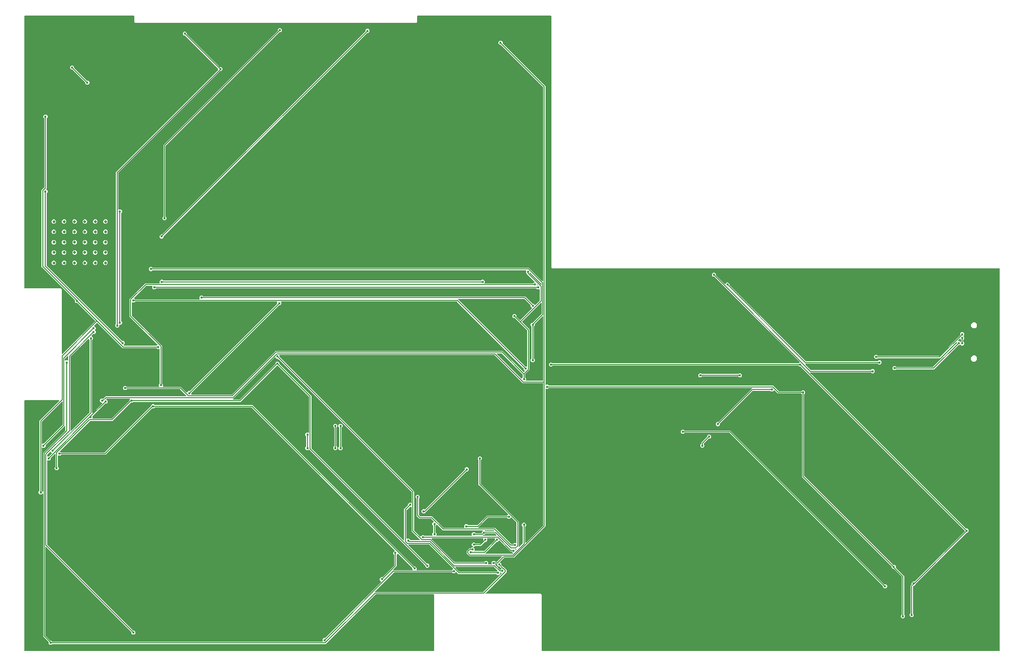
<source format=gbr>
G04 EAGLE Gerber RS-274X export*
G75*
%MOMM*%
%FSLAX34Y34*%
%LPD*%
%INBottom Copper*%
%IPPOS*%
%AMOC8*
5,1,8,0,0,1.08239X$1,22.5*%
G01*
G04 Define Apertures*
%ADD10C,0.150000*%
%ADD11C,0.452400*%
%ADD12C,0.502400*%
G36*
X1698773Y7822D02*
X1698476Y7762D01*
X903512Y7762D01*
X903237Y7813D01*
X902982Y7977D01*
X902810Y8227D01*
X902750Y8524D01*
X902750Y106139D01*
X901139Y107750D01*
X805639Y107750D01*
X805376Y107797D01*
X805117Y107956D01*
X804942Y108204D01*
X804877Y108500D01*
X804933Y108798D01*
X805100Y109051D01*
X841330Y145281D01*
X841330Y149724D01*
X836684Y154370D01*
X836307Y154370D01*
X836021Y154426D01*
X835769Y154593D01*
X832678Y157684D01*
X832515Y157926D01*
X832455Y158223D01*
X832455Y160046D01*
X830271Y162229D01*
X830113Y162460D01*
X830048Y162756D01*
X830103Y163054D01*
X830271Y163307D01*
X837154Y170189D01*
X837395Y170352D01*
X837692Y170413D01*
X854689Y170413D01*
X909195Y224918D01*
X909195Y464123D01*
X909242Y464386D01*
X909401Y464644D01*
X909649Y464820D01*
X909945Y464885D01*
X910243Y464829D01*
X910496Y464662D01*
X910560Y464598D01*
X913486Y464598D01*
X914774Y465887D01*
X915016Y466050D01*
X915313Y466110D01*
X1267484Y466110D01*
X1267747Y466063D01*
X1268005Y465904D01*
X1268180Y465656D01*
X1268246Y465360D01*
X1268190Y465062D01*
X1268022Y464809D01*
X1210003Y406790D01*
X1209762Y406627D01*
X1209465Y406567D01*
X1207642Y406567D01*
X1205573Y404498D01*
X1205573Y401572D01*
X1207642Y399503D01*
X1210568Y399503D01*
X1212637Y401572D01*
X1212637Y403395D01*
X1212693Y403681D01*
X1212860Y403933D01*
X1269966Y461039D01*
X1270208Y461202D01*
X1270505Y461263D01*
X1299994Y461263D01*
X1300280Y461207D01*
X1300533Y461039D01*
X1301822Y459751D01*
X1304748Y459751D01*
X1306932Y461934D01*
X1307162Y462092D01*
X1307458Y462157D01*
X1307756Y462102D01*
X1308009Y461934D01*
X1313528Y456415D01*
X1354009Y456415D01*
X1354295Y456359D01*
X1354548Y456192D01*
X1355057Y455683D01*
X1355220Y455442D01*
X1355280Y455144D01*
X1355280Y311481D01*
X1511435Y155326D01*
X1511598Y155084D01*
X1511658Y154787D01*
X1511658Y152965D01*
X1513727Y150896D01*
X1514857Y150896D01*
X1515143Y150840D01*
X1515396Y150672D01*
X1528874Y137194D01*
X1529037Y136952D01*
X1529098Y136655D01*
X1529098Y71848D01*
X1529042Y71562D01*
X1528874Y71309D01*
X1527586Y70021D01*
X1527586Y67095D01*
X1529655Y65026D01*
X1532581Y65026D01*
X1534650Y67095D01*
X1534650Y70021D01*
X1533361Y71309D01*
X1533198Y71551D01*
X1533138Y71848D01*
X1533138Y138644D01*
X1518945Y152837D01*
X1518782Y153078D01*
X1518722Y153375D01*
X1518722Y155891D01*
X1516653Y157960D01*
X1514830Y157960D01*
X1514544Y158015D01*
X1514292Y158183D01*
X1359543Y312931D01*
X1359380Y313173D01*
X1359320Y313470D01*
X1359320Y455144D01*
X1359376Y455430D01*
X1359543Y455683D01*
X1360832Y456972D01*
X1360832Y459898D01*
X1358763Y461967D01*
X1355837Y461967D01*
X1354548Y460678D01*
X1354307Y460515D01*
X1354009Y460455D01*
X1315517Y460455D01*
X1315231Y460511D01*
X1314979Y460678D01*
X1305507Y470150D01*
X915313Y470150D01*
X915027Y470206D01*
X914774Y470373D01*
X913486Y471662D01*
X910560Y471662D01*
X910496Y471598D01*
X910276Y471445D01*
X909981Y471376D01*
X909682Y471426D01*
X909427Y471590D01*
X909255Y471840D01*
X909195Y472137D01*
X909195Y991804D01*
X834755Y1066244D01*
X834592Y1066486D01*
X834532Y1066783D01*
X834532Y1068606D01*
X832463Y1070675D01*
X829537Y1070675D01*
X827468Y1068606D01*
X827468Y1065680D01*
X829537Y1063611D01*
X831360Y1063611D01*
X831646Y1063555D01*
X831898Y1063387D01*
X904932Y990354D01*
X905095Y990112D01*
X905155Y989815D01*
X905155Y652819D01*
X905108Y652556D01*
X904949Y652297D01*
X904701Y652122D01*
X904405Y652057D01*
X904107Y652113D01*
X903854Y652280D01*
X881004Y675130D01*
X226276Y675130D01*
X225990Y675186D01*
X225737Y675353D01*
X224448Y676642D01*
X221522Y676642D01*
X219453Y674573D01*
X219453Y671647D01*
X221522Y669578D01*
X224448Y669578D01*
X225737Y670867D01*
X225978Y671030D01*
X226276Y671090D01*
X874775Y671090D01*
X875039Y671043D01*
X875297Y670884D01*
X875472Y670636D01*
X875537Y670340D01*
X875482Y670042D01*
X875314Y669789D01*
X875251Y669726D01*
X875251Y666800D01*
X876539Y665511D01*
X876702Y665269D01*
X876763Y664972D01*
X876763Y664656D01*
X890483Y650935D01*
X890636Y650716D01*
X890706Y650421D01*
X890655Y650122D01*
X890492Y649866D01*
X890241Y649695D01*
X889944Y649635D01*
X889092Y649635D01*
X887803Y648346D01*
X887562Y648183D01*
X887264Y648123D01*
X803845Y648123D01*
X803581Y648169D01*
X803323Y648329D01*
X803148Y648576D01*
X803083Y648872D01*
X803138Y649170D01*
X803306Y649423D01*
X803370Y649487D01*
X803370Y652413D01*
X801301Y654482D01*
X798375Y654482D01*
X797086Y653193D01*
X796844Y653030D01*
X796547Y652970D01*
X244973Y652970D01*
X244687Y653026D01*
X244434Y653193D01*
X243146Y654482D01*
X240220Y654482D01*
X238151Y652413D01*
X238151Y649487D01*
X238214Y649423D01*
X238367Y649204D01*
X238437Y648909D01*
X238386Y648610D01*
X238223Y648354D01*
X237973Y648183D01*
X237675Y648123D01*
X213146Y648123D01*
X185648Y620624D01*
X185648Y590558D01*
X187054Y589152D01*
X234102Y542104D01*
X234260Y541874D01*
X234325Y541578D01*
X234269Y541279D01*
X234102Y541027D01*
X232698Y539623D01*
X232457Y539460D01*
X232159Y539400D01*
X175747Y539400D01*
X175484Y539447D01*
X175226Y539606D01*
X175050Y539854D01*
X174985Y540150D01*
X175041Y540448D01*
X175208Y540701D01*
X177350Y542842D01*
X177350Y545768D01*
X175281Y547837D01*
X173458Y547837D01*
X173172Y547893D01*
X172919Y548060D01*
X41716Y679264D01*
X41553Y679505D01*
X41493Y679802D01*
X41493Y804857D01*
X41548Y805143D01*
X41716Y805396D01*
X43005Y806685D01*
X43005Y809611D01*
X40821Y811794D01*
X40663Y812025D01*
X40598Y812321D01*
X40653Y812619D01*
X40821Y812872D01*
X41493Y813543D01*
X41493Y935047D01*
X41548Y935333D01*
X41716Y935586D01*
X43005Y936875D01*
X43005Y939801D01*
X40936Y941870D01*
X38010Y941870D01*
X35941Y939801D01*
X35941Y936875D01*
X37229Y935586D01*
X37392Y935344D01*
X37453Y935047D01*
X37453Y815532D01*
X37397Y815246D01*
X37229Y814994D01*
X32605Y810369D01*
X32605Y677121D01*
X90425Y619301D01*
X90588Y619059D01*
X90648Y618762D01*
X90648Y616247D01*
X92717Y614178D01*
X94540Y614178D01*
X94826Y614122D01*
X95078Y613955D01*
X125756Y583278D01*
X125914Y583047D01*
X125979Y582751D01*
X125923Y582453D01*
X125756Y582200D01*
X68833Y525277D01*
X68613Y525124D01*
X68318Y525054D01*
X68019Y525105D01*
X67764Y525269D01*
X67592Y525519D01*
X67532Y525816D01*
X67532Y638344D01*
X65914Y639962D01*
X3524Y639962D01*
X3249Y640013D01*
X2994Y640177D01*
X2822Y640427D01*
X2762Y640724D01*
X2762Y1113476D01*
X2813Y1113751D01*
X2977Y1114006D01*
X3227Y1114178D01*
X3524Y1114238D01*
X193326Y1114238D01*
X193601Y1114187D01*
X193856Y1114023D01*
X194028Y1113773D01*
X194088Y1113476D01*
X194088Y1103756D01*
X195706Y1102138D01*
X684404Y1102138D01*
X686022Y1103756D01*
X686022Y1113476D01*
X686073Y1113751D01*
X686237Y1114006D01*
X686487Y1114178D01*
X686784Y1114238D01*
X918476Y1114238D01*
X918751Y1114187D01*
X919006Y1114023D01*
X919178Y1113773D01*
X919238Y1113476D01*
X919238Y675856D01*
X920856Y674238D01*
X1698476Y674238D01*
X1698751Y674187D01*
X1699006Y674023D01*
X1699178Y673773D01*
X1699238Y673476D01*
X1699238Y8524D01*
X1699187Y8249D01*
X1699023Y7994D01*
X1698773Y7822D01*
G37*
%LPC*%
G36*
X245067Y758218D02*
X247993Y758218D01*
X250062Y760287D01*
X250062Y763213D01*
X248773Y764502D01*
X248610Y764743D01*
X248550Y765041D01*
X248550Y887325D01*
X248606Y887611D01*
X248773Y887864D01*
X446457Y1085547D01*
X446698Y1085710D01*
X446995Y1085771D01*
X448818Y1085771D01*
X450887Y1087840D01*
X450887Y1090766D01*
X448818Y1092835D01*
X445892Y1092835D01*
X443823Y1090766D01*
X443823Y1088943D01*
X443767Y1088657D01*
X443600Y1088404D01*
X244510Y889314D01*
X244510Y765041D01*
X244454Y764755D01*
X244287Y764502D01*
X242998Y763213D01*
X242998Y760287D01*
X245067Y758218D01*
G37*
G36*
X240220Y726363D02*
X243146Y726363D01*
X245215Y728432D01*
X245215Y730255D01*
X245270Y730541D01*
X245438Y730793D01*
X598807Y1084162D01*
X599048Y1084325D01*
X599345Y1084386D01*
X601168Y1084386D01*
X603237Y1086455D01*
X603237Y1089381D01*
X601168Y1091450D01*
X598242Y1091450D01*
X596173Y1089381D01*
X596173Y1087558D01*
X596117Y1087272D01*
X595950Y1087019D01*
X242581Y733650D01*
X242339Y733487D01*
X242042Y733427D01*
X240220Y733427D01*
X238151Y731358D01*
X238151Y728432D01*
X240220Y726363D01*
G37*
G36*
X162660Y571243D02*
X165586Y571243D01*
X167655Y573312D01*
X167655Y575329D01*
X167706Y575603D01*
X167869Y575859D01*
X168119Y576030D01*
X168417Y576091D01*
X170433Y576091D01*
X172502Y578160D01*
X172502Y581086D01*
X171213Y582374D01*
X171050Y582616D01*
X170990Y582913D01*
X170990Y770232D01*
X171046Y770518D01*
X171213Y770771D01*
X172502Y772060D01*
X172502Y774986D01*
X170433Y777055D01*
X167507Y777055D01*
X167443Y776991D01*
X167224Y776838D01*
X166929Y776768D01*
X166630Y776819D01*
X166374Y776982D01*
X166203Y777232D01*
X166143Y777530D01*
X166143Y840235D01*
X166198Y840521D01*
X166366Y840774D01*
X343274Y1017682D01*
X343516Y1017845D01*
X343813Y1017906D01*
X344943Y1017906D01*
X347012Y1019975D01*
X347012Y1022901D01*
X344943Y1024970D01*
X343120Y1024970D01*
X342834Y1025025D01*
X342582Y1025193D01*
X285603Y1082172D01*
X285440Y1082413D01*
X285380Y1082710D01*
X285380Y1084533D01*
X283311Y1086602D01*
X280385Y1086602D01*
X278316Y1084533D01*
X278316Y1081607D01*
X280385Y1079538D01*
X282207Y1079538D01*
X282493Y1079482D01*
X282746Y1079315D01*
X339725Y1022336D01*
X339888Y1022094D01*
X339948Y1021797D01*
X339948Y1020385D01*
X339892Y1020099D01*
X339725Y1019847D01*
X162103Y842224D01*
X162103Y578066D01*
X162047Y577780D01*
X161879Y577527D01*
X160591Y576238D01*
X160591Y573312D01*
X162660Y571243D01*
G37*
G36*
X110722Y994361D02*
X113648Y994361D01*
X115717Y996430D01*
X115717Y999356D01*
X113648Y1001425D01*
X111825Y1001425D01*
X111539Y1001480D01*
X111287Y1001648D01*
X89625Y1023309D01*
X89462Y1023551D01*
X89402Y1023848D01*
X89402Y1025671D01*
X87333Y1027740D01*
X84407Y1027740D01*
X82338Y1025671D01*
X82338Y1022745D01*
X84407Y1020676D01*
X86230Y1020676D01*
X86516Y1020620D01*
X86768Y1020452D01*
X108430Y998791D01*
X108593Y998549D01*
X108653Y998252D01*
X108653Y996430D01*
X110722Y994361D01*
G37*
G36*
X142433Y752218D02*
X145567Y752218D01*
X147782Y754433D01*
X147782Y757567D01*
X145567Y759782D01*
X142433Y759782D01*
X140218Y757567D01*
X140218Y754433D01*
X142433Y752218D01*
G37*
G36*
X124433Y752218D02*
X127567Y752218D01*
X129782Y754433D01*
X129782Y757567D01*
X127567Y759782D01*
X124433Y759782D01*
X122218Y757567D01*
X122218Y754433D01*
X124433Y752218D01*
G37*
G36*
X106433Y752218D02*
X109567Y752218D01*
X111782Y754433D01*
X111782Y757567D01*
X109567Y759782D01*
X106433Y759782D01*
X104218Y757567D01*
X104218Y754433D01*
X106433Y752218D01*
G37*
G36*
X88433Y752218D02*
X91567Y752218D01*
X93782Y754433D01*
X93782Y757567D01*
X91567Y759782D01*
X88433Y759782D01*
X86218Y757567D01*
X86218Y754433D01*
X88433Y752218D01*
G37*
G36*
X70433Y752218D02*
X73567Y752218D01*
X75782Y754433D01*
X75782Y757567D01*
X73567Y759782D01*
X70433Y759782D01*
X68218Y757567D01*
X68218Y754433D01*
X70433Y752218D01*
G37*
G36*
X52433Y752218D02*
X55567Y752218D01*
X57782Y754433D01*
X57782Y757567D01*
X55567Y759782D01*
X52433Y759782D01*
X50218Y757567D01*
X50218Y754433D01*
X52433Y752218D01*
G37*
G36*
X70433Y734218D02*
X73567Y734218D01*
X75782Y736433D01*
X75782Y739567D01*
X73567Y741782D01*
X70433Y741782D01*
X68218Y739567D01*
X68218Y736433D01*
X70433Y734218D01*
G37*
G36*
X52433Y734218D02*
X55567Y734218D01*
X57782Y736433D01*
X57782Y739567D01*
X55567Y741782D01*
X52433Y741782D01*
X50218Y739567D01*
X50218Y736433D01*
X52433Y734218D01*
G37*
G36*
X142433Y734218D02*
X145567Y734218D01*
X147782Y736433D01*
X147782Y739567D01*
X145567Y741782D01*
X142433Y741782D01*
X140218Y739567D01*
X140218Y736433D01*
X142433Y734218D01*
G37*
G36*
X124433Y734218D02*
X127567Y734218D01*
X129782Y736433D01*
X129782Y739567D01*
X127567Y741782D01*
X124433Y741782D01*
X122218Y739567D01*
X122218Y736433D01*
X124433Y734218D01*
G37*
G36*
X106433Y734218D02*
X109567Y734218D01*
X111782Y736433D01*
X111782Y739567D01*
X109567Y741782D01*
X106433Y741782D01*
X104218Y739567D01*
X104218Y736433D01*
X106433Y734218D01*
G37*
G36*
X88433Y734218D02*
X91567Y734218D01*
X93782Y736433D01*
X93782Y739567D01*
X91567Y741782D01*
X88433Y741782D01*
X86218Y739567D01*
X86218Y736433D01*
X88433Y734218D01*
G37*
G36*
X142433Y716218D02*
X145567Y716218D01*
X147782Y718433D01*
X147782Y721567D01*
X145567Y723782D01*
X142433Y723782D01*
X140218Y721567D01*
X140218Y718433D01*
X142433Y716218D01*
G37*
G36*
X124433Y716218D02*
X127567Y716218D01*
X129782Y718433D01*
X129782Y721567D01*
X127567Y723782D01*
X124433Y723782D01*
X122218Y721567D01*
X122218Y718433D01*
X124433Y716218D01*
G37*
G36*
X106433Y716218D02*
X109567Y716218D01*
X111782Y718433D01*
X111782Y721567D01*
X109567Y723782D01*
X106433Y723782D01*
X104218Y721567D01*
X104218Y718433D01*
X106433Y716218D01*
G37*
G36*
X88433Y716218D02*
X91567Y716218D01*
X93782Y718433D01*
X93782Y721567D01*
X91567Y723782D01*
X88433Y723782D01*
X86218Y721567D01*
X86218Y718433D01*
X88433Y716218D01*
G37*
G36*
X70433Y716218D02*
X73567Y716218D01*
X75782Y718433D01*
X75782Y721567D01*
X73567Y723782D01*
X70433Y723782D01*
X68218Y721567D01*
X68218Y718433D01*
X70433Y716218D01*
G37*
G36*
X52433Y716218D02*
X55567Y716218D01*
X57782Y718433D01*
X57782Y721567D01*
X55567Y723782D01*
X52433Y723782D01*
X50218Y721567D01*
X50218Y718433D01*
X52433Y716218D01*
G37*
G36*
X70433Y698218D02*
X73567Y698218D01*
X75782Y700433D01*
X75782Y703567D01*
X73567Y705782D01*
X70433Y705782D01*
X68218Y703567D01*
X68218Y700433D01*
X70433Y698218D01*
G37*
G36*
X52433Y698218D02*
X55567Y698218D01*
X57782Y700433D01*
X57782Y703567D01*
X55567Y705782D01*
X52433Y705782D01*
X50218Y703567D01*
X50218Y700433D01*
X52433Y698218D01*
G37*
G36*
X142433Y698218D02*
X145567Y698218D01*
X147782Y700433D01*
X147782Y703567D01*
X145567Y705782D01*
X142433Y705782D01*
X140218Y703567D01*
X140218Y700433D01*
X142433Y698218D01*
G37*
G36*
X124433Y698218D02*
X127567Y698218D01*
X129782Y700433D01*
X129782Y703567D01*
X127567Y705782D01*
X124433Y705782D01*
X122218Y703567D01*
X122218Y700433D01*
X124433Y698218D01*
G37*
G36*
X106433Y698218D02*
X109567Y698218D01*
X111782Y700433D01*
X111782Y703567D01*
X109567Y705782D01*
X106433Y705782D01*
X104218Y703567D01*
X104218Y700433D01*
X106433Y698218D01*
G37*
G36*
X88433Y698218D02*
X91567Y698218D01*
X93782Y700433D01*
X93782Y703567D01*
X91567Y705782D01*
X88433Y705782D01*
X86218Y703567D01*
X86218Y700433D01*
X88433Y698218D01*
G37*
G36*
X142433Y680218D02*
X145567Y680218D01*
X147782Y682433D01*
X147782Y685567D01*
X145567Y687782D01*
X142433Y687782D01*
X140218Y685567D01*
X140218Y682433D01*
X142433Y680218D01*
G37*
G36*
X124433Y680218D02*
X127567Y680218D01*
X129782Y682433D01*
X129782Y685567D01*
X127567Y687782D01*
X124433Y687782D01*
X122218Y685567D01*
X122218Y682433D01*
X124433Y680218D01*
G37*
G36*
X106433Y680218D02*
X109567Y680218D01*
X111782Y682433D01*
X111782Y685567D01*
X109567Y687782D01*
X106433Y687782D01*
X104218Y685567D01*
X104218Y682433D01*
X106433Y680218D01*
G37*
G36*
X88433Y680218D02*
X91567Y680218D01*
X93782Y682433D01*
X93782Y685567D01*
X91567Y687782D01*
X88433Y687782D01*
X86218Y685567D01*
X86218Y682433D01*
X88433Y680218D01*
G37*
G36*
X70433Y680218D02*
X73567Y680218D01*
X75782Y682433D01*
X75782Y685567D01*
X73567Y687782D01*
X70433Y687782D01*
X68218Y685567D01*
X68218Y682433D01*
X70433Y680218D01*
G37*
G36*
X52433Y680218D02*
X55567Y680218D01*
X57782Y682433D01*
X57782Y685567D01*
X55567Y687782D01*
X52433Y687782D01*
X50218Y685567D01*
X50218Y682433D01*
X52433Y680218D01*
G37*
G36*
X1544890Y67103D02*
X1547816Y67103D01*
X1549885Y69172D01*
X1549885Y72098D01*
X1548596Y73387D01*
X1548433Y73628D01*
X1548373Y73926D01*
X1548373Y120035D01*
X1548428Y120321D01*
X1548596Y120574D01*
X1549609Y121587D01*
X1549851Y121750D01*
X1550148Y121811D01*
X1551278Y121811D01*
X1553347Y123880D01*
X1553347Y125010D01*
X1553403Y125296D01*
X1553570Y125548D01*
X1641712Y213690D01*
X1641953Y213853D01*
X1642250Y213913D01*
X1643381Y213913D01*
X1645450Y215982D01*
X1645450Y218908D01*
X1643381Y220977D01*
X1641558Y220977D01*
X1641272Y221033D01*
X1641019Y221200D01*
X1370403Y491817D01*
X1370250Y492036D01*
X1370180Y492331D01*
X1370231Y492630D01*
X1370394Y492886D01*
X1370644Y493057D01*
X1370941Y493118D01*
X1475197Y493118D01*
X1475483Y493062D01*
X1475736Y492894D01*
X1477025Y491606D01*
X1479951Y491606D01*
X1482020Y493675D01*
X1482020Y496601D01*
X1479951Y498670D01*
X1477025Y498670D01*
X1475736Y497381D01*
X1475494Y497218D01*
X1475197Y497158D01*
X1371610Y497158D01*
X1371324Y497213D01*
X1371071Y497381D01*
X1361400Y507052D01*
X1361247Y507271D01*
X1361177Y507566D01*
X1361228Y507865D01*
X1361392Y508121D01*
X1361642Y508292D01*
X1361939Y508353D01*
X1486969Y508353D01*
X1487255Y508297D01*
X1487508Y508129D01*
X1488797Y506841D01*
X1491723Y506841D01*
X1493792Y508910D01*
X1493792Y511836D01*
X1491723Y513905D01*
X1488797Y513905D01*
X1487508Y512616D01*
X1487267Y512453D01*
X1486969Y512393D01*
X1362607Y512393D01*
X1362321Y512448D01*
X1362069Y512616D01*
X1229480Y645204D01*
X1229317Y645446D01*
X1229257Y645743D01*
X1229257Y647566D01*
X1227188Y649635D01*
X1224262Y649635D01*
X1222078Y647451D01*
X1221848Y647293D01*
X1221552Y647228D01*
X1221254Y647283D01*
X1221001Y647451D01*
X1205935Y662517D01*
X1205772Y662758D01*
X1205712Y663055D01*
X1205712Y664878D01*
X1203643Y666947D01*
X1200717Y666947D01*
X1198648Y664878D01*
X1198648Y661952D01*
X1200717Y659883D01*
X1202540Y659883D01*
X1202826Y659827D01*
X1203078Y659660D01*
X1351104Y511634D01*
X1351262Y511404D01*
X1351327Y511108D01*
X1351272Y510809D01*
X1351104Y510557D01*
X1349701Y509153D01*
X1349459Y508990D01*
X1349162Y508930D01*
X922238Y508930D01*
X921952Y508986D01*
X921699Y509153D01*
X920411Y510442D01*
X917485Y510442D01*
X915416Y508373D01*
X915416Y505447D01*
X917485Y503378D01*
X920411Y503378D01*
X921699Y504667D01*
X921941Y504830D01*
X922238Y504890D01*
X1349162Y504890D01*
X1349448Y504834D01*
X1349701Y504667D01*
X1350990Y503378D01*
X1352812Y503378D01*
X1353098Y503322D01*
X1353351Y503155D01*
X1638162Y218343D01*
X1638325Y218102D01*
X1638386Y217805D01*
X1638386Y216393D01*
X1638330Y216107D01*
X1638162Y215854D01*
X1551406Y129098D01*
X1551164Y128935D01*
X1550867Y128875D01*
X1548352Y128875D01*
X1546283Y126806D01*
X1546283Y124290D01*
X1546227Y124004D01*
X1546060Y123752D01*
X1544333Y122024D01*
X1544333Y73926D01*
X1544277Y73640D01*
X1544109Y73387D01*
X1542821Y72098D01*
X1542821Y69172D01*
X1544890Y67103D01*
G37*
G36*
X1652413Y569917D02*
X1656762Y569917D01*
X1659837Y572992D01*
X1659837Y577342D01*
X1656762Y580417D01*
X1652413Y580417D01*
X1649337Y577342D01*
X1649337Y572992D01*
X1652413Y569917D01*
G37*
G36*
X1515112Y497146D02*
X1518038Y497146D01*
X1519327Y498434D01*
X1519568Y498597D01*
X1519866Y498658D01*
X1585277Y498658D01*
X1627169Y540550D01*
X1627411Y540713D01*
X1627708Y540773D01*
X1629531Y540773D01*
X1630299Y541541D01*
X1630529Y541699D01*
X1630825Y541764D01*
X1631123Y541709D01*
X1631376Y541541D01*
X1632837Y540081D01*
X1635763Y540081D01*
X1637832Y542150D01*
X1637832Y545076D01*
X1636543Y546364D01*
X1636380Y546606D01*
X1636320Y546903D01*
X1636320Y550017D01*
X1636376Y550303D01*
X1636543Y550556D01*
X1637832Y551845D01*
X1637832Y554771D01*
X1636718Y555885D01*
X1636560Y556115D01*
X1636494Y556412D01*
X1636550Y556710D01*
X1636718Y556963D01*
X1637832Y558077D01*
X1637832Y561003D01*
X1635763Y563072D01*
X1632837Y563072D01*
X1630768Y561003D01*
X1630768Y559180D01*
X1630712Y558894D01*
X1630545Y558642D01*
X1594214Y522311D01*
X1593972Y522148D01*
X1593675Y522088D01*
X1488011Y522088D01*
X1487725Y522143D01*
X1487472Y522311D01*
X1486183Y523600D01*
X1483257Y523600D01*
X1481188Y521531D01*
X1481188Y518605D01*
X1483257Y516536D01*
X1486183Y516536D01*
X1487472Y517824D01*
X1487713Y517987D01*
X1488011Y518048D01*
X1595664Y518048D01*
X1623235Y545618D01*
X1623454Y545771D01*
X1623749Y545841D01*
X1624048Y545790D01*
X1624304Y545627D01*
X1624475Y545376D01*
X1624536Y545079D01*
X1624536Y543945D01*
X1624480Y543659D01*
X1624312Y543407D01*
X1583826Y502921D01*
X1583585Y502758D01*
X1583288Y502698D01*
X1519866Y502698D01*
X1519580Y502753D01*
X1519327Y502921D01*
X1518038Y504210D01*
X1515112Y504210D01*
X1513043Y502141D01*
X1513043Y499215D01*
X1515112Y497146D01*
G37*
G36*
X1652413Y512117D02*
X1656762Y512117D01*
X1659837Y515192D01*
X1659837Y519542D01*
X1656762Y522617D01*
X1652413Y522617D01*
X1649337Y519542D01*
X1649337Y515192D01*
X1652413Y512117D01*
G37*
G36*
X1177172Y484681D02*
X1180098Y484681D01*
X1181387Y485969D01*
X1181628Y486132D01*
X1181926Y486193D01*
X1243902Y486193D01*
X1244188Y486137D01*
X1244441Y485969D01*
X1245730Y484681D01*
X1248656Y484681D01*
X1250725Y486750D01*
X1250725Y489676D01*
X1248656Y491745D01*
X1245730Y491745D01*
X1244441Y490456D01*
X1244199Y490293D01*
X1243902Y490233D01*
X1181926Y490233D01*
X1181640Y490288D01*
X1181387Y490456D01*
X1180098Y491745D01*
X1177172Y491745D01*
X1175103Y489676D01*
X1175103Y486750D01*
X1177172Y484681D01*
G37*
G36*
X1498492Y116963D02*
X1501418Y116963D01*
X1503487Y119032D01*
X1503487Y121958D01*
X1501418Y124027D01*
X1499595Y124027D01*
X1499309Y124083D01*
X1499057Y124250D01*
X1231409Y391898D01*
X1151456Y391898D01*
X1151170Y391953D01*
X1150917Y392121D01*
X1149628Y393410D01*
X1146702Y393410D01*
X1144633Y391341D01*
X1144633Y388415D01*
X1146702Y386346D01*
X1149628Y386346D01*
X1150917Y387634D01*
X1151158Y387797D01*
X1151456Y387858D01*
X1229420Y387858D01*
X1229706Y387802D01*
X1229959Y387634D01*
X1496200Y121393D01*
X1496363Y121152D01*
X1496423Y120855D01*
X1496423Y119032D01*
X1498492Y116963D01*
G37*
G36*
X1180635Y362108D02*
X1183561Y362108D01*
X1185630Y364177D01*
X1185630Y367103D01*
X1184485Y368248D01*
X1184327Y368478D01*
X1184262Y368775D01*
X1184317Y369073D01*
X1184485Y369325D01*
X1192972Y377812D01*
X1193213Y377975D01*
X1193510Y378036D01*
X1195333Y378036D01*
X1197402Y380105D01*
X1197402Y383031D01*
X1195333Y385100D01*
X1192407Y385100D01*
X1190338Y383031D01*
X1190338Y381208D01*
X1190282Y380922D01*
X1190115Y380669D01*
X1180078Y370632D01*
X1180078Y368931D01*
X1180022Y368645D01*
X1179854Y368392D01*
X1178566Y367103D01*
X1178566Y364177D01*
X1180635Y362108D01*
G37*
%LPD*%
G36*
X1631826Y546230D02*
X1631530Y546165D01*
X1631232Y546221D01*
X1630979Y546388D01*
X1629531Y547837D01*
X1627293Y547837D01*
X1627030Y547884D01*
X1626772Y548043D01*
X1626597Y548291D01*
X1626531Y548587D01*
X1626587Y548885D01*
X1626755Y549138D01*
X1629576Y551959D01*
X1629806Y552117D01*
X1630103Y552182D01*
X1630401Y552127D01*
X1630653Y551959D01*
X1632057Y550556D01*
X1632220Y550314D01*
X1632280Y550017D01*
X1632280Y546927D01*
X1632233Y546664D01*
X1632074Y546406D01*
X1631826Y546230D01*
G37*
G36*
X901931Y645890D02*
X901635Y645824D01*
X901337Y645880D01*
X901084Y646048D01*
X881862Y665270D01*
X881704Y665500D01*
X881639Y665796D01*
X881695Y666094D01*
X881862Y666347D01*
X882429Y666914D01*
X882660Y667072D01*
X882956Y667137D01*
X883254Y667082D01*
X883507Y666914D01*
X902162Y648259D01*
X902325Y648017D01*
X902385Y647720D01*
X902385Y646586D01*
X902338Y646323D01*
X902179Y646065D01*
X901931Y645890D01*
G37*
G36*
X895168Y644697D02*
X894873Y644628D01*
X894574Y644678D01*
X894319Y644842D01*
X894147Y645092D01*
X894087Y645389D01*
X894087Y645492D01*
X894134Y645755D01*
X894293Y646013D01*
X894540Y646188D01*
X894837Y646254D01*
X895135Y646198D01*
X895388Y646031D01*
X895439Y645979D01*
X895597Y645749D01*
X895662Y645453D01*
X895607Y645154D01*
X895439Y644902D01*
X895388Y644850D01*
X895168Y644697D01*
G37*
G36*
X891586Y610590D02*
X891290Y610525D01*
X890992Y610581D01*
X890739Y610748D01*
X888556Y612932D01*
X886733Y612932D01*
X886447Y612988D01*
X886194Y613155D01*
X874079Y625270D01*
X314223Y625270D01*
X313937Y625326D01*
X313684Y625493D01*
X312396Y626782D01*
X309470Y626782D01*
X307401Y624713D01*
X307401Y621787D01*
X307464Y621723D01*
X307617Y621504D01*
X307687Y621209D01*
X307636Y620910D01*
X307473Y620654D01*
X307223Y620483D01*
X306925Y620423D01*
X195806Y620423D01*
X195520Y620478D01*
X195267Y620646D01*
X193863Y622049D01*
X193705Y622280D01*
X193640Y622576D01*
X193696Y622874D01*
X193863Y623127D01*
X214596Y643859D01*
X214838Y644022D01*
X215135Y644083D01*
X224518Y644083D01*
X224781Y644036D01*
X225039Y643876D01*
X225215Y643629D01*
X225280Y643333D01*
X225224Y643035D01*
X225057Y642782D01*
X224993Y642718D01*
X224993Y639792D01*
X227062Y637723D01*
X229988Y637723D01*
X231277Y639012D01*
X231518Y639175D01*
X231816Y639235D01*
X893497Y639235D01*
X893783Y639179D01*
X894036Y639012D01*
X895325Y637723D01*
X898251Y637723D01*
X898314Y637787D01*
X898534Y637940D01*
X898829Y638010D01*
X899128Y637959D01*
X899383Y637795D01*
X899555Y637545D01*
X899615Y637248D01*
X899615Y618862D01*
X899559Y618576D01*
X899392Y618324D01*
X891817Y610748D01*
X891586Y610590D01*
G37*
G36*
X877001Y503295D02*
X876705Y503230D01*
X876407Y503286D01*
X876154Y503453D01*
X876091Y503517D01*
X874268Y503517D01*
X873982Y503573D01*
X873729Y503740D01*
X757540Y619929D01*
X757387Y620149D01*
X757317Y620444D01*
X757368Y620743D01*
X757532Y620998D01*
X757782Y621170D01*
X758079Y621230D01*
X872090Y621230D01*
X872376Y621174D01*
X872629Y621007D01*
X883337Y610298D01*
X883500Y610057D01*
X883561Y609760D01*
X883561Y607937D01*
X885744Y605753D01*
X885902Y605523D01*
X885967Y605227D01*
X885912Y604929D01*
X885744Y604676D01*
X865818Y584749D01*
X865587Y584591D01*
X865291Y584526D01*
X864993Y584582D01*
X864740Y584749D01*
X858993Y590497D01*
X858830Y590738D01*
X858770Y591035D01*
X858770Y592858D01*
X856701Y594927D01*
X853775Y594927D01*
X851706Y592858D01*
X851706Y589932D01*
X853775Y587863D01*
X855597Y587863D01*
X855883Y587807D01*
X856136Y587640D01*
X877232Y566544D01*
X877395Y566302D01*
X877455Y566005D01*
X877455Y503992D01*
X877408Y503729D01*
X877249Y503471D01*
X877001Y503295D01*
G37*
G36*
X285588Y458240D02*
X285292Y458175D01*
X284994Y458231D01*
X284741Y458398D01*
X276473Y466666D01*
X275067Y468073D01*
X244305Y468073D01*
X244041Y468119D01*
X243783Y468279D01*
X243608Y468526D01*
X243543Y468822D01*
X243598Y469120D01*
X243766Y469373D01*
X243830Y469437D01*
X243830Y472363D01*
X242541Y473652D01*
X242378Y473893D01*
X242318Y474191D01*
X242318Y539602D01*
X189911Y592009D01*
X189748Y592250D01*
X189688Y592547D01*
X189688Y614395D01*
X189734Y614659D01*
X189894Y614917D01*
X190141Y615092D01*
X190437Y615157D01*
X190735Y615102D01*
X190988Y614934D01*
X191052Y614871D01*
X193978Y614871D01*
X195267Y616159D01*
X195508Y616322D01*
X195806Y616383D01*
X441963Y616383D01*
X442226Y616336D01*
X442484Y616176D01*
X442660Y615929D01*
X442725Y615633D01*
X442669Y615335D01*
X442502Y615082D01*
X442438Y615018D01*
X442438Y613195D01*
X442382Y612909D01*
X442215Y612657D01*
X290363Y460805D01*
X290122Y460642D01*
X289825Y460582D01*
X288002Y460582D01*
X285818Y458398D01*
X285588Y458240D01*
G37*
G36*
X363400Y454283D02*
X363103Y454223D01*
X293472Y454223D01*
X293209Y454269D01*
X292951Y454429D01*
X292775Y454676D01*
X292710Y454972D01*
X292766Y455270D01*
X292933Y455523D01*
X292997Y455587D01*
X292997Y457410D01*
X293053Y457696D01*
X293220Y457948D01*
X445072Y609800D01*
X445313Y609963D01*
X445610Y610023D01*
X447433Y610023D01*
X449502Y612092D01*
X449502Y615018D01*
X449438Y615082D01*
X449285Y615301D01*
X449216Y615596D01*
X449266Y615895D01*
X449430Y616151D01*
X449680Y616322D01*
X449977Y616383D01*
X755058Y616383D01*
X755344Y616327D01*
X755596Y616159D01*
X870872Y500883D01*
X871035Y500642D01*
X871096Y500345D01*
X871096Y498522D01*
X873279Y496338D01*
X873437Y496108D01*
X873502Y495812D01*
X873447Y495514D01*
X873279Y495261D01*
X872050Y494032D01*
X871820Y493874D01*
X871523Y493809D01*
X871225Y493864D01*
X870972Y494032D01*
X834607Y530398D01*
X439593Y530398D01*
X363641Y454446D01*
X363400Y454283D01*
G37*
G36*
X904690Y478520D02*
X904393Y478460D01*
X875865Y478460D01*
X875601Y478507D01*
X875343Y478666D01*
X875168Y478914D01*
X875103Y479210D01*
X875158Y479508D01*
X875326Y479761D01*
X875390Y479825D01*
X875390Y482751D01*
X874101Y484039D01*
X873938Y484281D01*
X873878Y484578D01*
X873878Y489830D01*
X873933Y490116D01*
X874101Y490369D01*
X881495Y497763D01*
X881495Y567994D01*
X868674Y580815D01*
X868516Y581045D01*
X868451Y581342D01*
X868507Y581640D01*
X868674Y581893D01*
X901084Y614302D01*
X901304Y614455D01*
X901599Y614525D01*
X901898Y614474D01*
X902153Y614311D01*
X902325Y614061D01*
X902385Y613764D01*
X902385Y595317D01*
X902329Y595031D01*
X902162Y594779D01*
X887298Y579915D01*
X887057Y579752D01*
X886760Y579692D01*
X885630Y579692D01*
X883561Y577623D01*
X883561Y574697D01*
X884849Y573408D01*
X885012Y573167D01*
X885073Y572869D01*
X885073Y517818D01*
X885017Y517532D01*
X884849Y517279D01*
X883561Y515991D01*
X883561Y513065D01*
X885630Y510996D01*
X888556Y510996D01*
X890625Y513065D01*
X890625Y515991D01*
X889336Y517279D01*
X889173Y517521D01*
X889113Y517818D01*
X889113Y572869D01*
X889168Y573155D01*
X889336Y573408D01*
X890625Y574697D01*
X890625Y577212D01*
X890680Y577498D01*
X890848Y577751D01*
X903854Y590757D01*
X904074Y590910D01*
X904369Y590980D01*
X904668Y590929D01*
X904923Y590766D01*
X905095Y590516D01*
X905155Y590219D01*
X905155Y479222D01*
X905104Y478947D01*
X904940Y478692D01*
X904690Y478520D01*
G37*
G36*
X121519Y422910D02*
X121224Y422840D01*
X120925Y422891D01*
X120669Y423054D01*
X120498Y423304D01*
X120438Y423601D01*
X120438Y549324D01*
X120493Y549610D01*
X120661Y549863D01*
X121950Y551152D01*
X121950Y554078D01*
X119766Y556262D01*
X119608Y556492D01*
X119543Y556788D01*
X119598Y557086D01*
X119766Y557339D01*
X122367Y559940D01*
X122608Y560103D01*
X122905Y560163D01*
X124728Y560163D01*
X126797Y562232D01*
X126797Y565158D01*
X125683Y566272D01*
X125525Y566503D01*
X125459Y566799D01*
X125515Y567097D01*
X125683Y567350D01*
X126797Y568465D01*
X126797Y571391D01*
X124728Y573460D01*
X124568Y573460D01*
X124305Y573506D01*
X124047Y573666D01*
X123872Y573913D01*
X123806Y574209D01*
X123862Y574507D01*
X124030Y574760D01*
X128612Y579343D01*
X128843Y579501D01*
X129139Y579566D01*
X129437Y579511D01*
X129690Y579343D01*
X173673Y535360D01*
X232159Y535360D01*
X232445Y535304D01*
X232698Y535137D01*
X233987Y533848D01*
X236913Y533848D01*
X236977Y533912D01*
X237196Y534065D01*
X237491Y534135D01*
X237790Y534084D01*
X238046Y533920D01*
X238217Y533670D01*
X238278Y533373D01*
X238278Y474191D01*
X238222Y473905D01*
X238054Y473652D01*
X236766Y472363D01*
X236766Y469437D01*
X236829Y469373D01*
X236982Y469154D01*
X237052Y468859D01*
X237001Y468560D01*
X236838Y468304D01*
X236588Y468133D01*
X236290Y468073D01*
X181263Y468073D01*
X180977Y468128D01*
X180724Y468296D01*
X179436Y469585D01*
X176510Y469585D01*
X174441Y467516D01*
X174441Y464590D01*
X176510Y462521D01*
X179436Y462521D01*
X180724Y463809D01*
X180966Y463972D01*
X181263Y464033D01*
X273078Y464033D01*
X273364Y463977D01*
X273616Y463809D01*
X284672Y452753D01*
X284825Y452534D01*
X284895Y452239D01*
X284844Y451940D01*
X284681Y451684D01*
X284431Y451513D01*
X284134Y451453D01*
X143896Y451453D01*
X140091Y447648D01*
X139849Y447485D01*
X139552Y447425D01*
X136345Y447425D01*
X134276Y445356D01*
X134276Y442430D01*
X136345Y440361D01*
X137197Y440361D01*
X137460Y440314D01*
X137718Y440154D01*
X137893Y439907D01*
X137959Y439611D01*
X137903Y439313D01*
X137735Y439060D01*
X121738Y423063D01*
X121519Y422910D01*
G37*
G36*
X84124Y391747D02*
X83829Y391677D01*
X83530Y391728D01*
X83274Y391892D01*
X83103Y392142D01*
X83043Y392439D01*
X83043Y520300D01*
X83098Y520586D01*
X83266Y520839D01*
X113693Y551267D01*
X113924Y551425D01*
X114220Y551490D01*
X114518Y551434D01*
X114771Y551267D01*
X116174Y549863D01*
X116337Y549622D01*
X116398Y549324D01*
X116398Y424270D01*
X116342Y423984D01*
X116174Y423731D01*
X84343Y391900D01*
X84124Y391747D01*
G37*
G36*
X867980Y482478D02*
X867684Y482413D01*
X867386Y482468D01*
X867133Y482636D01*
X824713Y525057D01*
X824560Y525276D01*
X824490Y525571D01*
X824541Y525870D01*
X824704Y526126D01*
X824954Y526297D01*
X825251Y526358D01*
X832618Y526358D01*
X832904Y526302D01*
X833156Y526134D01*
X869614Y489676D01*
X869777Y489435D01*
X869838Y489138D01*
X869838Y484578D01*
X869782Y484292D01*
X869614Y484039D01*
X868211Y482636D01*
X867980Y482478D01*
G37*
G36*
X863879Y189537D02*
X863584Y189467D01*
X863285Y189518D01*
X863029Y189682D01*
X862858Y189932D01*
X862798Y190229D01*
X862798Y233517D01*
X797233Y299081D01*
X797070Y299323D01*
X797010Y299620D01*
X797010Y340189D01*
X797066Y340475D01*
X797233Y340728D01*
X798522Y342017D01*
X798522Y344943D01*
X796453Y347012D01*
X793527Y347012D01*
X791458Y344943D01*
X791458Y342017D01*
X792747Y340728D01*
X792910Y340487D01*
X792970Y340189D01*
X792970Y297631D01*
X794376Y296224D01*
X844194Y246407D01*
X844352Y246176D01*
X844417Y245880D01*
X844362Y245582D01*
X844194Y245329D01*
X842791Y243926D01*
X842549Y243763D01*
X842252Y243703D01*
X807311Y243703D01*
X790914Y227306D01*
X790672Y227143D01*
X790375Y227083D01*
X774736Y227083D01*
X774450Y227138D01*
X774197Y227306D01*
X772908Y228595D01*
X769982Y228595D01*
X767913Y226526D01*
X767913Y223600D01*
X767977Y223536D01*
X768130Y223316D01*
X768200Y223021D01*
X768149Y222722D01*
X767985Y222467D01*
X767735Y222295D01*
X767438Y222235D01*
X732432Y222235D01*
X732146Y222291D01*
X731894Y222458D01*
X712034Y242318D01*
X692267Y242318D01*
X691981Y242373D01*
X691729Y242541D01*
X689203Y245066D01*
X689040Y245308D01*
X688980Y245605D01*
X688980Y273017D01*
X689036Y273303D01*
X689203Y273556D01*
X690492Y274845D01*
X690492Y277771D01*
X688423Y279840D01*
X685497Y279840D01*
X683428Y277771D01*
X683428Y274845D01*
X684717Y273556D01*
X684880Y273314D01*
X684940Y273017D01*
X684940Y243616D01*
X690278Y238278D01*
X710045Y238278D01*
X710331Y238222D01*
X710584Y238054D01*
X714697Y233942D01*
X714855Y233711D01*
X714920Y233415D01*
X714864Y233117D01*
X714697Y232864D01*
X712513Y230681D01*
X712513Y227755D01*
X713802Y226466D01*
X713965Y226224D01*
X714025Y225927D01*
X714025Y214503D01*
X713969Y214217D01*
X713802Y213964D01*
X712513Y212676D01*
X712513Y209750D01*
X712577Y209686D01*
X712730Y209466D01*
X712800Y209171D01*
X712749Y208872D01*
X712585Y208617D01*
X712335Y208445D01*
X712038Y208385D01*
X699253Y208385D01*
X698967Y208441D01*
X698714Y208608D01*
X697426Y209897D01*
X694500Y209897D01*
X692316Y207713D01*
X692085Y207555D01*
X691789Y207490D01*
X691491Y207546D01*
X691238Y207713D01*
X680893Y218059D01*
X680730Y218300D01*
X680670Y218597D01*
X680670Y286147D01*
X446955Y519862D01*
X446792Y520103D01*
X446732Y520400D01*
X446732Y522223D01*
X446668Y522287D01*
X446515Y522506D01*
X446446Y522801D01*
X446496Y523100D01*
X446660Y523356D01*
X446910Y523527D01*
X447207Y523588D01*
X820153Y523588D01*
X820439Y523532D01*
X820691Y523364D01*
X869636Y474420D01*
X904393Y474420D01*
X904668Y474369D01*
X904923Y474205D01*
X905095Y473955D01*
X905155Y473658D01*
X905155Y226907D01*
X905099Y226621D01*
X904932Y226369D01*
X875178Y196615D01*
X874959Y196462D01*
X874664Y196392D01*
X874365Y196443D01*
X874109Y196607D01*
X873938Y196857D01*
X873878Y197154D01*
X873878Y224542D01*
X873933Y224828D01*
X874101Y225081D01*
X875390Y226370D01*
X875390Y229296D01*
X873321Y231365D01*
X870395Y231365D01*
X868326Y229296D01*
X868326Y226370D01*
X869614Y225081D01*
X869777Y224839D01*
X869838Y224542D01*
X869838Y195745D01*
X869782Y195459D01*
X869614Y195206D01*
X864098Y189690D01*
X863879Y189537D01*
G37*
%LPC*%
G36*
X695885Y247846D02*
X698811Y247846D01*
X700922Y249957D01*
X700935Y250023D01*
X701103Y250276D01*
X771239Y320412D01*
X771481Y320575D01*
X771778Y320636D01*
X773601Y320636D01*
X775670Y322705D01*
X775670Y325631D01*
X773601Y327700D01*
X770675Y327700D01*
X768606Y325631D01*
X768606Y323808D01*
X768550Y323522D01*
X768382Y323269D01*
X699955Y254842D01*
X699725Y254684D01*
X699429Y254619D01*
X699131Y254675D01*
X698878Y254842D01*
X698811Y254910D01*
X695885Y254910D01*
X693816Y252841D01*
X693816Y249915D01*
X695885Y247846D01*
G37*
%LPD*%
G36*
X78549Y513683D02*
X78253Y513618D01*
X77955Y513673D01*
X77702Y513841D01*
X77638Y513905D01*
X74712Y513905D01*
X74648Y513841D01*
X74429Y513688D01*
X74134Y513618D01*
X73835Y513669D01*
X73579Y513832D01*
X73408Y514082D01*
X73348Y514380D01*
X73348Y516838D01*
X73403Y517124D01*
X73571Y517376D01*
X77702Y521507D01*
X77921Y521660D01*
X78216Y521730D01*
X78515Y521679D01*
X78771Y521516D01*
X78942Y521266D01*
X79003Y520969D01*
X79003Y514380D01*
X78956Y514116D01*
X78796Y513858D01*
X78549Y513683D01*
G37*
G36*
X663019Y200612D02*
X662723Y200547D01*
X662425Y200603D01*
X662172Y200770D01*
X502228Y360714D01*
X502065Y360955D01*
X502005Y361252D01*
X502005Y452347D01*
X446955Y507397D01*
X446792Y507638D01*
X446732Y507935D01*
X446732Y509758D01*
X444663Y511827D01*
X441737Y511827D01*
X439668Y509758D01*
X439668Y508628D01*
X439612Y508342D01*
X439445Y508089D01*
X377491Y446136D01*
X377250Y445973D01*
X376953Y445913D01*
X366816Y445913D01*
X366553Y445959D01*
X366295Y446119D01*
X366120Y446366D01*
X366054Y446662D01*
X366110Y446960D01*
X366278Y447213D01*
X438476Y519412D01*
X438706Y519570D01*
X439002Y519635D01*
X439301Y519579D01*
X439553Y519412D01*
X441737Y517228D01*
X443560Y517228D01*
X443846Y517172D01*
X444098Y517005D01*
X676407Y284696D01*
X676570Y284455D01*
X676630Y284158D01*
X676630Y266465D01*
X676583Y266201D01*
X676424Y265943D01*
X676176Y265768D01*
X675880Y265703D01*
X675582Y265758D01*
X675329Y265926D01*
X675266Y265990D01*
X672340Y265990D01*
X670271Y263921D01*
X670271Y262098D01*
X670215Y261812D01*
X670047Y261559D01*
X663473Y254984D01*
X663473Y201309D01*
X663426Y201046D01*
X663266Y200787D01*
X663019Y200612D01*
G37*
%LPC*%
G36*
X551152Y357953D02*
X554078Y357953D01*
X556147Y360022D01*
X556147Y362948D01*
X554858Y364237D01*
X554695Y364478D01*
X554635Y364776D01*
X554635Y396974D01*
X554691Y397260D01*
X554858Y397513D01*
X556147Y398802D01*
X556147Y401728D01*
X554078Y403797D01*
X551152Y403797D01*
X549083Y401728D01*
X549083Y398802D01*
X550372Y397513D01*
X550535Y397272D01*
X550595Y396974D01*
X550595Y364776D01*
X550539Y364490D01*
X550372Y364237D01*
X549083Y362948D01*
X549083Y360022D01*
X551152Y357953D01*
G37*
G36*
X542150Y357953D02*
X545076Y357953D01*
X547145Y360022D01*
X547145Y362948D01*
X545856Y364237D01*
X545693Y364478D01*
X545633Y364776D01*
X545633Y396974D01*
X545688Y397260D01*
X545856Y397513D01*
X547145Y398802D01*
X547145Y401728D01*
X545076Y403797D01*
X542150Y403797D01*
X540081Y401728D01*
X540081Y398802D01*
X541369Y397513D01*
X541532Y397272D01*
X541593Y396974D01*
X541593Y364776D01*
X541537Y364490D01*
X541369Y364237D01*
X540081Y362948D01*
X540081Y360022D01*
X542150Y357953D01*
G37*
%LPD*%
G36*
X746984Y148890D02*
X746687Y148830D01*
X685427Y148830D01*
X685164Y148877D01*
X684906Y149036D01*
X684730Y149284D01*
X684665Y149580D01*
X684721Y149878D01*
X684888Y150131D01*
X684952Y150195D01*
X684952Y153121D01*
X682883Y155190D01*
X681060Y155190D01*
X680774Y155245D01*
X680522Y155413D01*
X399717Y436218D01*
X229738Y436218D01*
X229452Y436273D01*
X229199Y436441D01*
X227911Y437730D01*
X224985Y437730D01*
X222916Y435661D01*
X222916Y434530D01*
X222860Y434244D01*
X222692Y433992D01*
X142734Y354033D01*
X142492Y353870D01*
X142195Y353810D01*
X67001Y353810D01*
X66715Y353866D01*
X66462Y354033D01*
X65058Y355437D01*
X64900Y355667D01*
X64835Y355963D01*
X64891Y356261D01*
X65058Y356514D01*
X116954Y408409D01*
X117195Y408572D01*
X117492Y408633D01*
X155957Y408633D01*
X187462Y440137D01*
X187703Y440300D01*
X188000Y440361D01*
X190516Y440361D01*
X191804Y441649D01*
X192046Y441812D01*
X192343Y441873D01*
X378942Y441873D01*
X441609Y504540D01*
X441851Y504703D01*
X442148Y504763D01*
X443560Y504763D01*
X443846Y504707D01*
X444098Y504540D01*
X497742Y450896D01*
X497905Y450655D01*
X497965Y450358D01*
X497965Y389037D01*
X497918Y388774D01*
X497759Y388516D01*
X497511Y388340D01*
X497215Y388275D01*
X496917Y388331D01*
X496664Y388498D01*
X496601Y388562D01*
X493675Y388562D01*
X491606Y386493D01*
X491606Y383567D01*
X492894Y382278D01*
X493057Y382037D01*
X493118Y381739D01*
X493118Y364776D01*
X493062Y364490D01*
X492894Y364237D01*
X491606Y362948D01*
X491606Y360022D01*
X493675Y357953D01*
X496601Y357953D01*
X497399Y358752D01*
X497630Y358910D01*
X497926Y358975D01*
X498224Y358919D01*
X498477Y358752D01*
X499371Y357857D01*
X699825Y157403D01*
X699988Y157162D01*
X700048Y156865D01*
X700048Y155042D01*
X702117Y152973D01*
X705043Y152973D01*
X707112Y155042D01*
X707112Y157968D01*
X705043Y160037D01*
X703220Y160037D01*
X702934Y160093D01*
X702682Y160260D01*
X670978Y191964D01*
X670825Y192184D01*
X670755Y192479D01*
X670806Y192778D01*
X670969Y193033D01*
X671219Y193205D01*
X671516Y193265D01*
X706583Y193265D01*
X706869Y193209D01*
X707121Y193042D01*
X748629Y151534D01*
X748787Y151304D01*
X748852Y151008D01*
X748797Y150709D01*
X748629Y150457D01*
X747226Y149053D01*
X746984Y148890D01*
G37*
G36*
X154265Y412733D02*
X153968Y412673D01*
X121732Y412673D01*
X121469Y412719D01*
X121211Y412879D01*
X121035Y413126D01*
X120970Y413422D01*
X121026Y413720D01*
X121193Y413973D01*
X121257Y414037D01*
X121257Y416552D01*
X121313Y416838D01*
X121480Y417091D01*
X143142Y438752D01*
X143383Y438915D01*
X143680Y438976D01*
X145503Y438976D01*
X147572Y441045D01*
X147572Y443971D01*
X145431Y446112D01*
X145278Y446331D01*
X145208Y446626D01*
X145259Y446925D01*
X145422Y447181D01*
X145672Y447352D01*
X145970Y447413D01*
X185738Y447413D01*
X186001Y447366D01*
X186259Y447206D01*
X186435Y446959D01*
X186500Y446663D01*
X186444Y446365D01*
X186277Y446112D01*
X185521Y445356D01*
X185521Y444225D01*
X185465Y443939D01*
X185297Y443687D01*
X154506Y412896D01*
X154265Y412733D01*
G37*
G36*
X714773Y7810D02*
X714476Y7750D01*
X3524Y7750D01*
X3249Y7801D01*
X2994Y7965D01*
X2822Y8215D01*
X2762Y8512D01*
X2762Y443937D01*
X2813Y444211D01*
X2977Y444467D01*
X3227Y444638D01*
X3524Y444699D01*
X62590Y444699D01*
X62853Y444652D01*
X63111Y444492D01*
X63287Y444245D01*
X63352Y443949D01*
X63296Y443651D01*
X63129Y443398D01*
X29143Y409412D01*
X29143Y287216D01*
X29087Y286930D01*
X28919Y286677D01*
X27631Y285388D01*
X27631Y282462D01*
X29700Y280393D01*
X32626Y280393D01*
X34074Y281842D01*
X34294Y281995D01*
X34589Y282065D01*
X34888Y282014D01*
X35143Y281850D01*
X35315Y281600D01*
X35375Y281303D01*
X35375Y33096D01*
X44720Y23751D01*
X44883Y23509D01*
X44943Y23212D01*
X44943Y20697D01*
X47012Y18628D01*
X49938Y18628D01*
X51227Y19917D01*
X51468Y20080D01*
X51766Y20140D01*
X527137Y20140D01*
X613476Y106479D01*
X613718Y106642D01*
X614015Y106703D01*
X714476Y106703D01*
X714751Y106651D01*
X715006Y106488D01*
X715178Y106238D01*
X715238Y105941D01*
X715238Y8512D01*
X715187Y8237D01*
X715023Y7982D01*
X714773Y7810D01*
G37*
G36*
X34264Y368955D02*
X33969Y368886D01*
X33670Y368936D01*
X33414Y369100D01*
X33243Y369350D01*
X33183Y369647D01*
X33183Y407423D01*
X33238Y407709D01*
X33406Y407961D01*
X68007Y442562D01*
X68226Y442715D01*
X68521Y442785D01*
X68820Y442734D01*
X69076Y442571D01*
X69247Y442321D01*
X69308Y442024D01*
X69308Y402110D01*
X69252Y401824D01*
X69084Y401571D01*
X36908Y369395D01*
X36667Y369232D01*
X36370Y369172D01*
X34547Y369172D01*
X34483Y369108D01*
X34264Y368955D01*
G37*
G36*
X521205Y24240D02*
X520908Y24180D01*
X51766Y24180D01*
X51480Y24236D01*
X51227Y24403D01*
X49938Y25692D01*
X48808Y25692D01*
X48522Y25748D01*
X48269Y25915D01*
X39638Y34546D01*
X39475Y34788D01*
X39415Y35085D01*
X39415Y188569D01*
X39462Y188832D01*
X39621Y189090D01*
X39869Y189265D01*
X40165Y189331D01*
X40463Y189275D01*
X40716Y189107D01*
X188760Y41063D01*
X188923Y40822D01*
X188983Y40525D01*
X188983Y38702D01*
X191052Y36633D01*
X193978Y36633D01*
X196047Y38702D01*
X196047Y41628D01*
X193978Y43697D01*
X192155Y43697D01*
X191869Y43753D01*
X191617Y43920D01*
X42408Y193129D01*
X42245Y193370D01*
X42185Y193667D01*
X42185Y339473D01*
X42232Y339736D01*
X42391Y339994D01*
X42639Y340170D01*
X42935Y340235D01*
X43233Y340179D01*
X43486Y340012D01*
X43550Y339948D01*
X46476Y339948D01*
X48545Y342017D01*
X48545Y343840D01*
X48600Y344126D01*
X48768Y344378D01*
X55542Y351152D01*
X55761Y351305D01*
X56056Y351375D01*
X56355Y351324D01*
X56611Y351161D01*
X56782Y350911D01*
X56843Y350614D01*
X56843Y329458D01*
X56787Y329172D01*
X56619Y328919D01*
X55331Y327631D01*
X55331Y324705D01*
X57400Y322636D01*
X60326Y322636D01*
X62395Y324705D01*
X62395Y327631D01*
X61106Y328919D01*
X60943Y329161D01*
X60883Y329458D01*
X60883Y347783D01*
X60929Y348046D01*
X61089Y348304D01*
X61336Y348480D01*
X61632Y348545D01*
X61930Y348489D01*
X62183Y348322D01*
X62247Y348258D01*
X65173Y348258D01*
X66462Y349547D01*
X66703Y349710D01*
X67001Y349770D01*
X144184Y349770D01*
X224857Y430442D01*
X225098Y430605D01*
X225395Y430666D01*
X227911Y430666D01*
X229199Y431954D01*
X229441Y432117D01*
X229738Y432178D01*
X397728Y432178D01*
X398014Y432122D01*
X398266Y431954D01*
X646832Y183389D01*
X646990Y183159D01*
X647055Y182863D01*
X646999Y182564D01*
X646832Y182312D01*
X644648Y180128D01*
X644648Y177202D01*
X645937Y175913D01*
X646100Y175672D01*
X646160Y175374D01*
X646160Y157657D01*
X646104Y157371D01*
X645937Y157119D01*
X625533Y136715D01*
X625292Y136552D01*
X624995Y136492D01*
X623172Y136492D01*
X621103Y134423D01*
X621103Y131497D01*
X623287Y129313D01*
X623445Y129083D01*
X623510Y128787D01*
X623454Y128489D01*
X623287Y128236D01*
X525813Y30763D01*
X525572Y30600D01*
X525275Y30540D01*
X523452Y30540D01*
X521383Y28471D01*
X521383Y25545D01*
X521447Y25481D01*
X521600Y25261D01*
X521670Y24966D01*
X521619Y24667D01*
X521455Y24412D01*
X521205Y24240D01*
G37*
G36*
X34921Y285850D02*
X34625Y285785D01*
X34327Y285841D01*
X34074Y286008D01*
X33406Y286677D01*
X33243Y286918D01*
X33183Y287216D01*
X33183Y361633D01*
X33229Y361896D01*
X33389Y362154D01*
X33636Y362330D01*
X33932Y362395D01*
X34230Y362339D01*
X34483Y362172D01*
X34547Y362108D01*
X37473Y362108D01*
X39542Y364177D01*
X39542Y366000D01*
X39598Y366286D01*
X39765Y366538D01*
X72854Y399627D01*
X73074Y399780D01*
X73369Y399850D01*
X73668Y399799D01*
X73923Y399636D01*
X74095Y399386D01*
X74155Y399089D01*
X74155Y392415D01*
X74099Y392129D01*
X73932Y391876D01*
X35375Y353319D01*
X35375Y286547D01*
X35328Y286284D01*
X35169Y286026D01*
X34921Y285850D01*
G37*
G36*
X43266Y346795D02*
X42971Y346726D01*
X42672Y346776D01*
X42417Y346940D01*
X42245Y347190D01*
X42185Y347487D01*
X42185Y349945D01*
X42241Y350231D01*
X42408Y350484D01*
X47213Y355289D01*
X47444Y355447D01*
X47740Y355512D01*
X48038Y355457D01*
X48291Y355289D01*
X50589Y352991D01*
X50747Y352760D01*
X50812Y352464D01*
X50757Y352166D01*
X50589Y351913D01*
X45911Y347235D01*
X45669Y347072D01*
X45372Y347012D01*
X43550Y347012D01*
X43486Y346948D01*
X43266Y346795D01*
G37*
G36*
X690928Y200828D02*
X690631Y200768D01*
X674634Y200768D01*
X674359Y200819D01*
X674104Y200982D01*
X673932Y201232D01*
X673872Y201530D01*
X673872Y201596D01*
X671803Y203665D01*
X668877Y203665D01*
X668813Y203601D01*
X668594Y203448D01*
X668299Y203378D01*
X668000Y203429D01*
X667744Y203592D01*
X667573Y203842D01*
X667513Y204140D01*
X667513Y252995D01*
X667568Y253281D01*
X667736Y253534D01*
X672904Y258702D01*
X673146Y258865D01*
X673443Y258926D01*
X675266Y258926D01*
X675329Y258989D01*
X675549Y259142D01*
X675844Y259212D01*
X676143Y259161D01*
X676398Y258998D01*
X676570Y258748D01*
X676630Y258450D01*
X676630Y216608D01*
X691170Y202068D01*
X691323Y201849D01*
X691393Y201554D01*
X691342Y201255D01*
X691179Y200999D01*
X690928Y200828D01*
G37*
G36*
X852937Y194595D02*
X852639Y194535D01*
X849465Y194535D01*
X849179Y194591D01*
X848926Y194758D01*
X821449Y222235D01*
X793396Y222235D01*
X793133Y222282D01*
X792875Y222441D01*
X792700Y222689D01*
X792634Y222985D01*
X792690Y223283D01*
X792858Y223536D01*
X808761Y239439D01*
X809003Y239602D01*
X809300Y239663D01*
X842252Y239663D01*
X842538Y239607D01*
X842791Y239439D01*
X844080Y238151D01*
X847006Y238151D01*
X849189Y240334D01*
X849420Y240492D01*
X849716Y240557D01*
X850014Y240502D01*
X850267Y240334D01*
X858534Y232066D01*
X858697Y231825D01*
X858758Y231528D01*
X858758Y196522D01*
X858711Y196259D01*
X858551Y196001D01*
X858304Y195825D01*
X858008Y195760D01*
X857710Y195816D01*
X857457Y195983D01*
X857393Y196047D01*
X854467Y196047D01*
X853178Y194758D01*
X852937Y194595D01*
G37*
G36*
X780893Y208445D02*
X780595Y208385D01*
X720052Y208385D01*
X719789Y208432D01*
X719531Y208591D01*
X719355Y208839D01*
X719290Y209135D01*
X719346Y209433D01*
X719513Y209686D01*
X719577Y209750D01*
X719577Y212676D01*
X718288Y213964D01*
X718125Y214206D01*
X718065Y214503D01*
X718065Y225927D01*
X718121Y226213D01*
X718288Y226466D01*
X719692Y227869D01*
X719922Y228027D01*
X720218Y228092D01*
X720516Y228037D01*
X720769Y227869D01*
X730443Y218195D01*
X799293Y218195D01*
X799556Y218148D01*
X799814Y217989D01*
X799990Y217741D01*
X800055Y217445D01*
X799999Y217147D01*
X799832Y216894D01*
X798383Y215446D01*
X798383Y213995D01*
X798332Y213720D01*
X798168Y213464D01*
X797918Y213293D01*
X797621Y213233D01*
X787893Y213233D01*
X787607Y213288D01*
X787354Y213456D01*
X786066Y214745D01*
X783140Y214745D01*
X781071Y212676D01*
X781071Y209750D01*
X781134Y209686D01*
X781287Y209466D01*
X781357Y209171D01*
X781306Y208872D01*
X781143Y208617D01*
X780893Y208445D01*
G37*
G36*
X820426Y216063D02*
X820129Y216003D01*
X805206Y216003D01*
X804920Y216058D01*
X804667Y216226D01*
X803998Y216894D01*
X803845Y217114D01*
X803776Y217409D01*
X803826Y217708D01*
X803990Y217963D01*
X804240Y218135D01*
X804537Y218195D01*
X819460Y218195D01*
X819746Y218139D01*
X819999Y217972D01*
X820667Y217303D01*
X820820Y217084D01*
X820890Y216789D01*
X820839Y216490D01*
X820676Y216234D01*
X820426Y216063D01*
G37*
G36*
X823888Y208445D02*
X823591Y208385D01*
X801014Y208385D01*
X800751Y208432D01*
X800492Y208591D01*
X800317Y208839D01*
X800252Y209135D01*
X800308Y209433D01*
X800475Y209686D01*
X801017Y210227D01*
X801258Y210390D01*
X801555Y210451D01*
X803378Y210451D01*
X804667Y211739D01*
X804908Y211902D01*
X805206Y211963D01*
X821538Y211963D01*
X821824Y211907D01*
X822076Y211739D01*
X824130Y209686D01*
X824283Y209466D01*
X824353Y209171D01*
X824302Y208872D01*
X824139Y208617D01*
X823888Y208445D01*
G37*
G36*
X815518Y158585D02*
X815220Y158525D01*
X810077Y158525D01*
X809814Y158572D01*
X809556Y158731D01*
X809380Y158979D01*
X809315Y159275D01*
X809371Y159573D01*
X809538Y159826D01*
X809602Y159890D01*
X809602Y162816D01*
X807533Y164885D01*
X804607Y164885D01*
X803318Y163596D01*
X803077Y163433D01*
X802779Y163373D01*
X751130Y163373D01*
X750844Y163428D01*
X750591Y163596D01*
X711143Y203044D01*
X710990Y203264D01*
X710920Y203559D01*
X710971Y203858D01*
X711134Y204113D01*
X711384Y204285D01*
X711681Y204345D01*
X800678Y204345D01*
X800941Y204298D01*
X801199Y204139D01*
X801375Y203891D01*
X801440Y203595D01*
X801384Y203297D01*
X801217Y203044D01*
X801153Y202981D01*
X801153Y201158D01*
X801097Y200872D01*
X800930Y200619D01*
X795761Y195451D01*
X795520Y195288D01*
X795223Y195228D01*
X787893Y195228D01*
X787607Y195283D01*
X787354Y195451D01*
X786066Y196740D01*
X783140Y196740D01*
X781071Y194671D01*
X781071Y191745D01*
X783085Y189730D01*
X783238Y189511D01*
X783308Y189216D01*
X783257Y188917D01*
X783093Y188661D01*
X782843Y188490D01*
X782546Y188430D01*
X781062Y188430D01*
X779773Y187141D01*
X779532Y186978D01*
X779234Y186918D01*
X776841Y186918D01*
X772195Y182272D01*
X772195Y177828D01*
X776841Y173183D01*
X832594Y173183D01*
X832857Y173136D01*
X833115Y172976D01*
X833290Y172729D01*
X833356Y172433D01*
X833300Y172135D01*
X833132Y171882D01*
X824846Y163596D01*
X824605Y163433D01*
X824308Y163373D01*
X822518Y163373D01*
X822232Y163428D01*
X821979Y163596D01*
X820691Y164885D01*
X817765Y164885D01*
X815696Y162816D01*
X815696Y159890D01*
X815759Y159826D01*
X815912Y159606D01*
X815982Y159311D01*
X815931Y159012D01*
X815768Y158757D01*
X815518Y158585D01*
G37*
G36*
X802445Y182130D02*
X802148Y182070D01*
X786532Y182070D01*
X786269Y182117D01*
X786011Y182276D01*
X785835Y182524D01*
X785770Y182820D01*
X785826Y183118D01*
X785993Y183371D01*
X786057Y183435D01*
X786057Y186361D01*
X784043Y188375D01*
X783890Y188594D01*
X783820Y188889D01*
X783871Y189188D01*
X784034Y189444D01*
X784284Y189615D01*
X784582Y189676D01*
X786066Y189676D01*
X787354Y190964D01*
X787596Y191127D01*
X787893Y191188D01*
X797212Y191188D01*
X803787Y197762D01*
X804028Y197925D01*
X804325Y197986D01*
X806148Y197986D01*
X808217Y200055D01*
X808217Y202981D01*
X808153Y203044D01*
X808000Y203264D01*
X807931Y203559D01*
X807981Y203858D01*
X808145Y204113D01*
X808395Y204285D01*
X808692Y204345D01*
X820760Y204345D01*
X821024Y204298D01*
X821282Y204139D01*
X821457Y203891D01*
X821522Y203595D01*
X821467Y203297D01*
X821299Y203044D01*
X821236Y202981D01*
X821236Y201158D01*
X821180Y200872D01*
X821012Y200619D01*
X802686Y182293D01*
X802445Y182130D01*
G37*
G36*
X851612Y177283D02*
X851315Y177223D01*
X805169Y177223D01*
X804906Y177269D01*
X804647Y177429D01*
X804472Y177676D01*
X804407Y177972D01*
X804463Y178270D01*
X804630Y178523D01*
X823869Y197762D01*
X824111Y197925D01*
X824408Y197986D01*
X826231Y197986D01*
X828414Y200169D01*
X828645Y200327D01*
X828941Y200392D01*
X829239Y200337D01*
X829492Y200169D01*
X848861Y180800D01*
X850562Y180800D01*
X850848Y180744D01*
X851101Y180577D01*
X852504Y179173D01*
X852662Y178943D01*
X852727Y178647D01*
X852672Y178349D01*
X852504Y178096D01*
X851854Y177446D01*
X851612Y177283D01*
G37*
G36*
X858346Y184010D02*
X858050Y183945D01*
X857752Y184001D01*
X857499Y184168D01*
X857321Y184347D01*
X857168Y184566D01*
X857098Y184861D01*
X857149Y185160D01*
X857312Y185416D01*
X857562Y185587D01*
X857860Y185648D01*
X858216Y185648D01*
X858479Y185601D01*
X858738Y185441D01*
X858913Y185194D01*
X858978Y184898D01*
X858922Y184600D01*
X858755Y184347D01*
X858577Y184168D01*
X858346Y184010D01*
G37*
G36*
X677710Y148890D02*
X677413Y148830D01*
X645201Y148830D01*
X644938Y148877D01*
X644680Y149036D01*
X644505Y149284D01*
X644439Y149580D01*
X644495Y149878D01*
X644663Y150131D01*
X650200Y155668D01*
X650200Y175374D01*
X650256Y175660D01*
X650423Y175913D01*
X651827Y177317D01*
X652057Y177475D01*
X652353Y177540D01*
X652651Y177484D01*
X652904Y177317D01*
X677665Y152556D01*
X677828Y152314D01*
X677888Y152017D01*
X677888Y150195D01*
X677952Y150131D01*
X678105Y149911D01*
X678175Y149616D01*
X678124Y149317D01*
X677960Y149062D01*
X677710Y148890D01*
G37*
G36*
X831469Y149583D02*
X831172Y149523D01*
X830767Y149523D01*
X830481Y149578D01*
X830229Y149746D01*
X821961Y158013D01*
X821803Y158244D01*
X821738Y158540D01*
X821793Y158838D01*
X821961Y159091D01*
X821979Y159109D01*
X822221Y159272D01*
X822518Y159333D01*
X824629Y159333D01*
X824903Y159281D01*
X825159Y159118D01*
X825330Y158868D01*
X825391Y158571D01*
X825391Y157120D01*
X827460Y155051D01*
X829282Y155051D01*
X829568Y154995D01*
X829821Y154827D01*
X832768Y151880D01*
X832926Y151650D01*
X832991Y151354D01*
X832935Y151056D01*
X832768Y150803D01*
X831711Y149746D01*
X831469Y149583D01*
G37*
G36*
X823852Y146120D02*
X823554Y146060D01*
X760132Y146060D01*
X759846Y146116D01*
X759594Y146283D01*
X752693Y153184D01*
X752540Y153404D01*
X752470Y153699D01*
X752521Y153998D01*
X752684Y154253D01*
X752934Y154425D01*
X753231Y154485D01*
X819460Y154485D01*
X819746Y154429D01*
X819999Y154262D01*
X825497Y148764D01*
X825655Y148534D01*
X825720Y148238D01*
X825664Y147939D01*
X825497Y147687D01*
X824093Y146283D01*
X823852Y146120D01*
G37*
G36*
X801060Y110803D02*
X800763Y110743D01*
X613346Y110743D01*
X613083Y110789D01*
X612825Y110949D01*
X612650Y111196D01*
X612584Y111492D01*
X612640Y111790D01*
X612808Y112043D01*
X645331Y144567D01*
X645573Y144730D01*
X645870Y144790D01*
X746687Y144790D01*
X746973Y144734D01*
X747226Y144567D01*
X748515Y143278D01*
X751441Y143278D01*
X753624Y145462D01*
X753855Y145620D01*
X754151Y145685D01*
X754449Y145629D01*
X754702Y145462D01*
X758143Y142020D01*
X823554Y142020D01*
X823840Y141964D01*
X824093Y141797D01*
X825382Y140508D01*
X828308Y140508D01*
X830377Y142577D01*
X830377Y144721D01*
X830428Y144995D01*
X830592Y145251D01*
X830842Y145422D01*
X831139Y145483D01*
X831172Y145483D01*
X831458Y145427D01*
X831711Y145259D01*
X833114Y143856D01*
X833272Y143625D01*
X833337Y143329D01*
X833282Y143031D01*
X833114Y142778D01*
X801301Y110966D01*
X801060Y110803D01*
G37*
D10*
X484058Y1080993D02*
X484058Y1067835D01*
X96950Y1020053D02*
X78253Y1038750D01*
X83100Y641255D02*
X157198Y567158D01*
X1517268Y460513D02*
X1522808Y460513D01*
X1536311Y474016D02*
X1538043Y475748D01*
X1536311Y474016D02*
X1522808Y460513D01*
X1515190Y505525D02*
X1515190Y511758D01*
X1515190Y505525D02*
X1511728Y502063D01*
X1511728Y498600D01*
X1536311Y474016D01*
X1240960Y498600D02*
X1225725Y498600D01*
X1220185Y493060D01*
X1240960Y498600D02*
X1313673Y498600D01*
X692500Y272845D02*
X692500Y245145D01*
X719508Y245145D01*
X734743Y229910D01*
X790143Y229910D01*
X801915Y241683D01*
X1162708Y353175D02*
X1162708Y376720D01*
X1162708Y353175D02*
X1164785Y351098D01*
X692500Y347635D02*
X692500Y272845D01*
X1162708Y376720D02*
X1180020Y376720D01*
X441123Y439045D02*
X355253Y439045D01*
X441123Y439045D02*
X479903Y400265D01*
D11*
X484058Y1067835D03*
X484058Y1080993D03*
X96950Y1020053D03*
X78253Y1038750D03*
X157198Y567158D03*
X83100Y641255D03*
X1517268Y460513D03*
X1538043Y475748D03*
X1515190Y511758D03*
X1240960Y498600D03*
X1220185Y493060D03*
X1313673Y498600D03*
X692500Y272845D03*
X692500Y245145D03*
X734743Y229910D03*
X801915Y241683D03*
X1162708Y376720D03*
X1164785Y351098D03*
X692500Y347635D03*
X1180020Y376720D03*
X355253Y439045D03*
X479903Y400265D03*
D10*
X648180Y178665D02*
X648180Y156505D01*
X624635Y132960D01*
D11*
X648180Y178665D03*
X624635Y132960D03*
D10*
X829615Y147503D02*
X834463Y147503D01*
X829615Y147503D02*
X820613Y156505D01*
X750670Y156505D01*
X708428Y198748D01*
X671725Y198748D01*
X670340Y200133D01*
D11*
X834463Y147503D03*
X670340Y200133D03*
D10*
X1634300Y543613D02*
X1634300Y553308D01*
D11*
X1634300Y543613D03*
X1634300Y553308D03*
D10*
X1584440Y500678D02*
X1516575Y500678D01*
X1584440Y500678D02*
X1628068Y544305D01*
D11*
X1516575Y500678D03*
X1628068Y544305D03*
D10*
X1594828Y520068D02*
X1484720Y520068D01*
X1594828Y520068D02*
X1634300Y559540D01*
D11*
X1484720Y520068D03*
X1634300Y559540D03*
D10*
X1490260Y510373D02*
X1361455Y510373D01*
X1225725Y646103D01*
X890555Y646103D02*
X213983Y646103D01*
X187668Y619788D01*
X187668Y591395D01*
X240298Y538765D01*
X240298Y470900D01*
D11*
X1490260Y510373D03*
X1225725Y646103D03*
X890555Y646103D03*
X240298Y470900D03*
D10*
X1370458Y495138D02*
X1478488Y495138D01*
X1370458Y495138D02*
X1202180Y663415D01*
X445970Y613555D02*
X289465Y457050D01*
D11*
X1478488Y495138D03*
X1202180Y663415D03*
X445970Y613555D03*
X289465Y457050D03*
D10*
X699348Y251378D02*
X772138Y324168D01*
X699348Y251378D02*
X697348Y251378D01*
D11*
X697348Y251378D03*
X772138Y324168D03*
D10*
X808148Y241683D02*
X845543Y241683D01*
X808148Y241683D02*
X791528Y225063D01*
X771445Y225063D01*
D11*
X845543Y241683D03*
X771445Y225063D03*
D10*
X784603Y211213D02*
X799145Y211213D01*
X801915Y213983D01*
X794990Y298468D02*
X794990Y343480D01*
X794990Y298468D02*
X860778Y232680D01*
X860778Y191130D01*
X857315Y187668D01*
X849005Y187668D01*
X822690Y213983D01*
X801915Y213983D01*
D11*
X784603Y211213D03*
X801915Y213983D03*
X794990Y343480D03*
D10*
X849698Y182820D02*
X853853Y182820D01*
X849698Y182820D02*
X826153Y206365D01*
X695963Y206365D01*
D11*
X853853Y182820D03*
X695963Y206365D03*
D10*
X828923Y158583D02*
X835155Y152350D01*
X835848Y152350D01*
X839310Y148888D01*
X839310Y146118D01*
X801915Y108723D01*
X612863Y108723D01*
X526300Y22160D01*
X48475Y22160D01*
X76175Y391263D02*
X76175Y510373D01*
X76175Y391263D02*
X37395Y352483D01*
X37395Y33933D01*
X48475Y22853D01*
X48475Y22160D01*
D11*
X828923Y158583D03*
X48475Y22160D03*
X76175Y510373D03*
D10*
X644718Y146810D02*
X749978Y146810D01*
X644718Y146810D02*
X524915Y27008D01*
X81023Y521453D02*
X123265Y563695D01*
X81023Y521453D02*
X81023Y391955D01*
X40165Y351098D01*
X40165Y192515D01*
X192515Y40165D01*
D11*
X749978Y146810D03*
X524915Y27008D03*
X123265Y563695D03*
X192515Y40165D03*
D10*
X819228Y161353D02*
X825460Y161353D01*
X836540Y172433D01*
X853853Y172433D01*
X907175Y225755D01*
X907175Y476440D02*
X907175Y990968D01*
X907175Y476440D02*
X907175Y225755D01*
X907175Y990968D02*
X831000Y1067143D01*
X139193Y443893D02*
X137808Y443893D01*
X139193Y443893D02*
X144733Y449433D01*
X365640Y449433D01*
X441815Y525608D01*
X821305Y525608D01*
X870473Y476440D01*
X907175Y476440D01*
D11*
X819228Y161353D03*
X831000Y1067143D03*
X137808Y443893D03*
D10*
X398880Y434198D02*
X681420Y151658D01*
X398880Y434198D02*
X226448Y434198D01*
X143348Y351790D02*
X63710Y351790D01*
X143348Y351790D02*
X225755Y434198D01*
X226448Y434198D01*
D11*
X681420Y151658D03*
X226448Y434198D03*
X63710Y351790D03*
D10*
X749978Y161353D02*
X806070Y161353D01*
X749978Y161353D02*
X709813Y201518D01*
X694578Y201518D01*
X678650Y217445D01*
X678650Y285310D01*
X443200Y520760D01*
X39473Y678650D02*
X39473Y808148D01*
X39473Y678650D02*
X173818Y544305D01*
X144040Y442508D02*
X117379Y415846D01*
X45013Y343480D01*
X117379Y415846D02*
X117725Y415500D01*
D11*
X806070Y161353D03*
X443200Y520760D03*
X39473Y808148D03*
X173818Y544305D03*
X45013Y343480D03*
X144040Y442508D03*
X117725Y415500D03*
D10*
X499985Y360100D02*
X703580Y156505D01*
X499985Y360100D02*
X499985Y451510D01*
X443200Y508295D01*
X378105Y443893D02*
X189053Y443893D01*
X378105Y443893D02*
X442508Y508295D01*
X443200Y508295D01*
X58863Y353175D02*
X58863Y326168D01*
X58863Y353175D02*
X116340Y410653D01*
X155120Y410653D01*
X188360Y443893D01*
X189053Y443893D01*
D11*
X703580Y156505D03*
X443200Y508295D03*
X189053Y443893D03*
X58863Y326168D03*
D10*
X777678Y184898D02*
X782525Y184898D01*
X777678Y184898D02*
X774215Y181435D01*
X774215Y178665D01*
X777678Y175203D01*
X852468Y175203D01*
X871858Y194593D01*
X871858Y227833D01*
D11*
X782525Y184898D03*
X871858Y227833D03*
D10*
X796375Y193208D02*
X784603Y193208D01*
X796375Y193208D02*
X804685Y201518D01*
D11*
X784603Y193208D03*
X804685Y201518D03*
D10*
X1182098Y365640D02*
X1182098Y369795D01*
X1193870Y381568D01*
D11*
X1182098Y365640D03*
X1193870Y381568D03*
D10*
X1269353Y463283D02*
X1303285Y463283D01*
X1269353Y463283D02*
X1209105Y403035D01*
D11*
X1303285Y463283D03*
X1209105Y403035D03*
D10*
X168970Y579623D02*
X168970Y773523D01*
D11*
X168970Y579623D03*
X168970Y773523D03*
D10*
X174510Y537380D02*
X235450Y537380D01*
X129151Y582739D02*
X94180Y617710D01*
X129151Y582739D02*
X174510Y537380D01*
X39473Y814380D02*
X39473Y938338D01*
X39473Y814380D02*
X34625Y809533D01*
X34625Y677958D01*
X94180Y618403D01*
X94180Y617710D01*
X31163Y408575D02*
X31163Y283925D01*
X31163Y408575D02*
X68558Y445970D01*
X68558Y522145D01*
X129151Y582739D01*
D11*
X235450Y537380D03*
X94180Y617710D03*
X39473Y938338D03*
X31163Y283925D03*
D10*
X1178635Y488213D02*
X1247193Y488213D01*
D11*
X1178635Y488213D03*
X1247193Y488213D03*
D10*
X599705Y1087918D02*
X241683Y729895D01*
D11*
X241683Y729895D03*
X599705Y1087918D03*
D10*
X118418Y552615D02*
X118418Y423118D01*
X51938Y356638D01*
D11*
X118418Y552615D03*
X51938Y356638D03*
D10*
X71328Y517990D02*
X123265Y569928D01*
X71328Y517990D02*
X71328Y400958D01*
X36010Y365640D01*
D11*
X123265Y569928D03*
X36010Y365640D03*
D10*
X241683Y650950D02*
X799838Y650950D01*
D11*
X241683Y650950D03*
X799838Y650950D03*
D10*
X896788Y641255D02*
X228525Y641255D01*
X1148165Y389878D02*
X1230573Y389878D01*
X1499955Y120495D01*
D11*
X228525Y641255D03*
X896788Y641255D03*
X1148165Y389878D03*
X1499955Y120495D03*
D10*
X1357300Y312318D02*
X1357300Y458435D01*
X1357300Y312318D02*
X1515190Y154428D01*
X1531118Y137808D02*
X1531118Y68558D01*
X1531118Y137808D02*
X1515190Y153735D01*
X1515190Y154428D01*
X756210Y618403D02*
X192515Y618403D01*
X756210Y618403D02*
X874628Y499985D01*
X1314365Y458435D02*
X1357300Y458435D01*
X1314365Y458435D02*
X1304670Y468130D01*
X912023Y468130D01*
D11*
X1357300Y458435D03*
X1515190Y154428D03*
X1531118Y68558D03*
X192515Y618403D03*
X874628Y499985D03*
X912023Y468130D03*
D10*
X1352453Y506910D02*
X1641918Y217445D01*
X1546353Y121188D02*
X1546353Y70635D01*
X1550161Y124996D02*
X1641918Y216753D01*
X1550161Y124996D02*
X1546353Y121188D01*
X1641918Y216753D02*
X1641918Y217445D01*
X1549815Y125343D02*
X1550161Y124996D01*
X887093Y514528D02*
X887093Y576160D01*
X880168Y673110D02*
X222985Y673110D01*
X880168Y673110D02*
X904405Y648873D01*
X904405Y594165D01*
X887093Y576853D01*
X887093Y576160D01*
X918948Y506910D02*
X1352453Y506910D01*
D11*
X1352453Y506910D03*
X1641918Y217445D03*
X1546353Y70635D03*
X1549815Y125343D03*
X887093Y576160D03*
X887093Y514528D03*
X222985Y673110D03*
X918948Y506910D03*
D10*
X343480Y1021438D02*
X281848Y1083070D01*
X164123Y841388D02*
X164123Y574775D01*
X164123Y841388D02*
X343480Y1020745D01*
X343480Y1021438D01*
D11*
X343480Y1021438D03*
X281848Y1083070D03*
X164123Y574775D03*
D10*
X871858Y490983D02*
X871858Y481288D01*
X871858Y490983D02*
X879475Y498600D01*
X879475Y567158D01*
X865279Y581354D02*
X855238Y591395D01*
X865279Y581354D02*
X879475Y567158D01*
X274230Y466053D02*
X177973Y466053D01*
X274230Y466053D02*
X288080Y452203D01*
X364255Y452203D01*
X440430Y528378D01*
X833770Y528378D01*
X871165Y490983D01*
X871858Y490983D01*
X878783Y665493D02*
X878783Y668263D01*
X878783Y665493D02*
X901635Y642640D01*
X901635Y617710D01*
X865279Y581354D01*
D11*
X871858Y481288D03*
X855238Y591395D03*
X177973Y466053D03*
X878783Y668263D03*
D10*
X873243Y623250D02*
X310933Y623250D01*
X873243Y623250D02*
X887093Y609400D01*
D11*
X310933Y623250D03*
X887093Y609400D03*
D10*
X246530Y761750D02*
X246530Y888478D01*
X447355Y1089303D01*
D11*
X246530Y761750D03*
X447355Y1089303D03*
D10*
X758980Y144040D02*
X826845Y144040D01*
X758980Y144040D02*
X707735Y195285D01*
X668955Y195285D01*
X665493Y198748D01*
X665493Y254148D01*
X673803Y262458D01*
D11*
X826845Y144040D03*
X673803Y262458D03*
D10*
X848313Y192515D02*
X855930Y192515D01*
X848313Y192515D02*
X820613Y220215D01*
X731280Y220215D01*
X711198Y240298D01*
X691115Y240298D01*
X686960Y244453D01*
X686960Y276308D01*
D11*
X855930Y192515D03*
X686960Y276308D03*
D10*
X779063Y180050D02*
X803300Y180050D01*
X824768Y201518D01*
D11*
X779063Y180050D03*
X824768Y201518D03*
D10*
X495138Y361485D02*
X495138Y385030D01*
D11*
X495138Y361485D03*
X495138Y385030D03*
D10*
X716045Y229218D02*
X716045Y211213D01*
D11*
X716045Y211213D03*
X716045Y229218D03*
D10*
X112185Y997893D02*
X85870Y1024208D01*
D11*
X85870Y1024208D03*
X112185Y997893D03*
D10*
X552615Y400265D02*
X552615Y361485D01*
D11*
X552615Y361485D03*
X552615Y400265D03*
D10*
X543613Y400265D02*
X543613Y361485D01*
D11*
X543613Y361485D03*
X543613Y400265D03*
D12*
X144000Y756000D03*
X126000Y756000D03*
X108000Y756000D03*
X90000Y756000D03*
X72000Y756000D03*
X54000Y756000D03*
X144000Y738000D03*
X126000Y738000D03*
X108000Y738000D03*
X90000Y738000D03*
X72000Y738000D03*
X54000Y738000D03*
X144000Y720000D03*
X126000Y720000D03*
X108000Y720000D03*
X90000Y720000D03*
X72000Y720000D03*
X54000Y720000D03*
X144000Y702000D03*
X126000Y702000D03*
X108000Y702000D03*
X90000Y702000D03*
X54000Y684000D03*
X72000Y684000D03*
X90000Y684000D03*
X108000Y684000D03*
X126000Y684000D03*
X144000Y684000D03*
X54000Y702000D03*
X72000Y702000D03*
M02*

</source>
